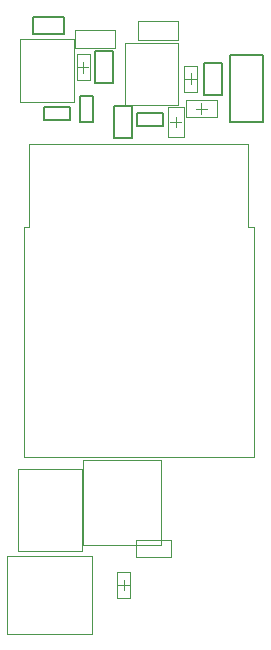
<source format=gbr>
G04*
G04 #@! TF.GenerationSoftware,Altium Limited,Altium Designer,24.9.1 (31)*
G04*
G04 Layer_Color=32768*
%FSLAX25Y25*%
%MOIN*%
G70*
G04*
G04 #@! TF.SameCoordinates,0464F855-7F2B-49EB-A455-A8C15B23BB70*
G04*
G04*
G04 #@! TF.FilePolarity,Positive*
G04*
G01*
G75*
%ADD10C,0.00787*%
%ADD11C,0.00394*%
%ADD79C,0.00197*%
%ADD80C,0.00200*%
D10*
X176350Y272858D02*
Y295142D01*
X187650D01*
Y272858D02*
Y295142D01*
X176350Y272858D02*
X187650D01*
X110685Y307953D02*
X121315D01*
Y302047D02*
Y307953D01*
X110685Y302047D02*
X121315D01*
X110685D02*
Y307953D01*
X131547Y285685D02*
Y296315D01*
X137453D01*
Y285685D02*
Y296315D01*
X131547Y285685D02*
X137453D01*
X114481Y273335D02*
X123190D01*
X114481D02*
Y277665D01*
X123190D01*
Y273335D02*
Y277665D01*
X126335Y272645D02*
Y281355D01*
X130665D01*
Y272645D02*
Y281355D01*
X126335Y272645D02*
X130665D01*
X167976Y281957D02*
Y292587D01*
X173882D01*
Y281957D02*
Y292587D01*
X167976Y281957D02*
X173882D01*
X145574Y271606D02*
X154284D01*
X145574D02*
Y275937D01*
X154284D01*
Y271606D02*
Y275937D01*
X137976Y267457D02*
Y278087D01*
X143882D01*
Y267457D02*
Y278087D01*
X137976Y267457D02*
X143882D01*
D11*
X127508Y131925D02*
X153492D01*
Y160075D01*
X127508D02*
X153492D01*
X127508Y131925D02*
Y160075D01*
X127500Y289228D02*
Y292772D01*
X125728Y291000D02*
X129272D01*
X163429Y285500D02*
Y289043D01*
X161657Y287272D02*
X165201D01*
X166929Y275500D02*
Y279043D01*
X165157Y277272D02*
X168701D01*
X156657Y272772D02*
X160201D01*
X158429Y271000D02*
Y274543D01*
X141000Y116728D02*
Y120272D01*
X139228Y118500D02*
X142772D01*
X102181Y128154D02*
X130331D01*
Y102169D02*
Y128154D01*
X102181Y102169D02*
X130331D01*
X102181D02*
Y128154D01*
D79*
X141571Y278311D02*
X159287D01*
X141571D02*
Y299020D01*
X159287D01*
Y278311D02*
Y299020D01*
X106642Y279634D02*
X124358D01*
X106642D02*
Y300342D01*
X124358D01*
Y279634D02*
Y300342D01*
X156768Y127685D02*
Y133315D01*
X145232Y127685D02*
Y133315D01*
X156768D01*
X145232Y127685D02*
X156768D01*
X109634Y237756D02*
Y265472D01*
X107665Y237756D02*
X109634D01*
X107665Y161142D02*
Y237756D01*
Y161142D02*
X184437D01*
Y237756D01*
X182469D02*
X184437D01*
X182469D02*
Y265472D01*
X109634D02*
X182469D01*
X125335Y295331D02*
X129665D01*
X125335Y286669D02*
X129665D01*
Y295331D01*
X125335Y286669D02*
Y295331D01*
X161264Y291602D02*
X165594D01*
X161264Y282941D02*
X165594D01*
Y291602D01*
X161264Y282941D02*
Y291602D01*
X161811Y280028D02*
X172047D01*
X161811Y274516D02*
X172047D01*
X161811D02*
Y280028D01*
X172047Y274516D02*
Y280028D01*
X161185Y267654D02*
Y277890D01*
X155673Y267654D02*
Y277890D01*
X161185D01*
X155673Y267654D02*
X161185D01*
X138835Y114169D02*
X143165D01*
X138835Y122831D02*
X143165D01*
X138835Y114169D02*
Y122831D01*
X143165Y114169D02*
Y122831D01*
X127327Y129917D02*
Y157083D01*
X105673Y129917D02*
X127327D01*
X105673D02*
Y157083D01*
X127327D01*
D80*
X124913Y297417D02*
Y303583D01*
Y297417D02*
X138087D01*
Y303583D01*
X124913D02*
X138087D01*
X159016Y300189D02*
Y306354D01*
X145843D02*
X159016D01*
X145843Y300189D02*
Y306354D01*
Y300189D02*
X159016D01*
M02*

</source>
